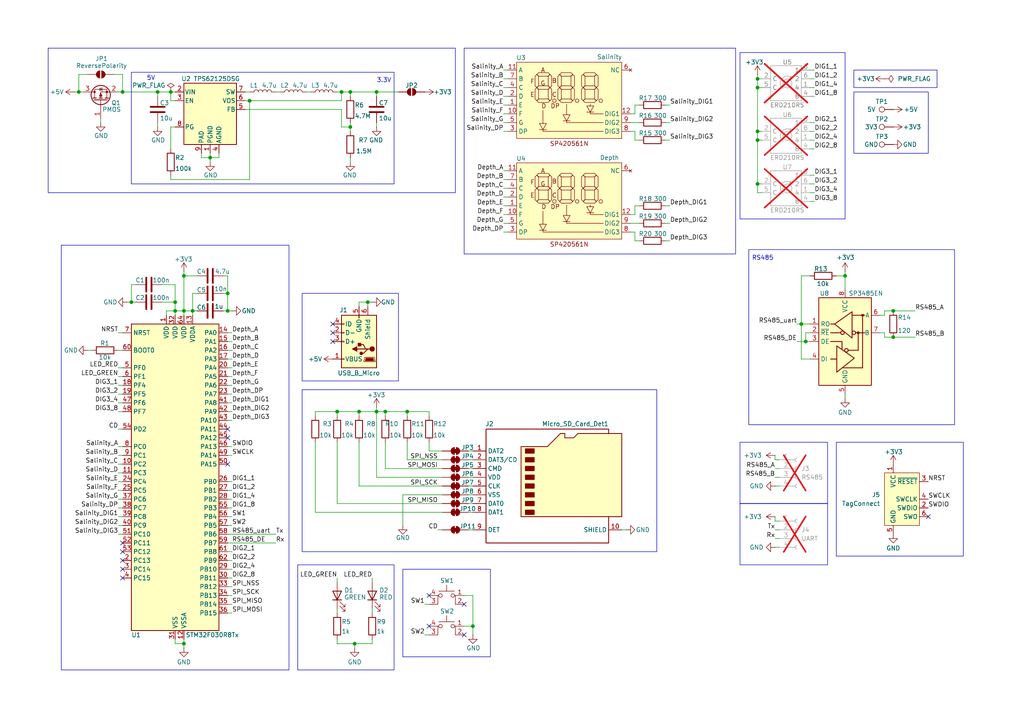
<source format=kicad_sch>
(kicad_sch (version 20231120) (generator "eeschema") (generator_version "8.0")
  (paper "A4")
  (title_block (title "Salinity Probe Controller") (date "2024-08-18") (rev "v0") (company "University of Cape Town") (comment 1 "Author: Cameron Clark"))
  (junction (at 259.08 97.79))
  (junction (at 38.1 87.63))
  (junction (at 104.14 119.38))
  (junction (at 219.71 38.1))
  (junction (at 109.22 26.67))
  (junction (at 22.86 26.67))
  (junction (at 53.34 80.01))
  (junction (at 101.6 36.83))
  (junction (at 101.6 26.67))
  (junction (at 219.71 22.86))
  (junction (at 137.16 181.61))
  (junction (at 232.41 93.98))
  (junction (at 259.08 90.17))
  (junction (at 219.71 25.4))
  (junction (at 102.87 186.69))
  (junction (at 45.72 26.67))
  (junction (at 72.39 29.21))
  (junction (at 55.88 90.17))
  (junction (at 35.56 26.67))
  (junction (at 66.04 90.17))
  (junction (at 109.22 119.38))
  (junction (at 97.79 119.38))
  (junction (at 66.04 85.09))
  (junction (at 106.68 87.63))
  (junction (at 118.11 119.38))
  (junction (at 49.53 26.67))
  (junction (at 219.71 40.64))
  (junction (at 50.8 90.17))
  (junction (at 99.06 26.67))
  (junction (at 233.68 99.06))
  (junction (at 50.8 87.63))
  (junction (at 53.34 186.69))
  (junction (at 60.96 45.72))
  (junction (at 219.71 53.34))
  (junction (at 245.11 80.01))
  (junction (at 53.34 90.17))
  (junction (at 111.76 119.38))
  (no_connect (at 35.56 167.64))
  (no_connect (at 66.04 134.62))
  (no_connect (at 66.04 124.46))
  (no_connect (at 96.52 96.52))
  (no_connect (at 35.56 160.02))
  (no_connect (at 35.56 162.56))
  (no_connect (at 269.24 149.86))
  (no_connect (at 66.04 127))
  (no_connect (at 134.62 175.26))
  (no_connect (at 124.46 172.72))
  (no_connect (at 96.52 99.06))
  (no_connect (at 124.46 181.61))
  (no_connect (at 35.56 157.48))
  (no_connect (at 96.52 93.98))
  (no_connect (at 35.56 165.1))
  (no_connect (at 134.62 184.15))
  (wire (pts (xy 234.95 99.06) (xy 233.68 99.06)))
  (wire (pts (xy 67.31 96.52) (xy 66.04 96.52)))
  (wire (pts (xy 64.77 80.01) (xy 66.04 80.01)))
  (wire (pts (xy 22.86 21.59) (xy 22.86 26.67)))
  (wire (pts (xy 219.71 25.4) (xy 219.71 38.1)))
  (wire (pts (xy 102.87 186.69) (xy 102.87 187.96)))
  (wire (pts (xy 45.72 35.56) (xy 45.72 36.83)))
  (wire (pts (xy 58.42 45.72) (xy 60.96 45.72)))
  (wire (pts (xy 35.56 26.67) (xy 35.56 21.59)))
  (wire (pts (xy 67.31 114.3) (xy 66.04 114.3)))
  (wire (pts (xy 146.05 33.02) (xy 147.32 33.02)))
  (wire (pts (xy 35.56 152.4) (xy 34.29 152.4)))
  (wire (pts (xy 116.84 143.51) (xy 116.84 152.4)))
  (wire (pts (xy 106.68 87.63) (xy 104.14 87.63)))
  (wire (pts (xy 224.79 153.67) (xy 226.06 153.67)))
  (wire (pts (xy 193.04 59.69) (xy 194.31 59.69)))
  (wire (pts (xy 224.79 151.13) (xy 226.06 151.13)))
  (wire (pts (xy 118.11 128.27) (xy 118.11 133.35)))
  (wire (pts (xy 219.71 40.64) (xy 219.71 53.34)))
  (wire (pts (xy 66.04 162.56) (xy 67.31 162.56)))
  (wire (pts (xy 234.95 20.32) (xy 236.22 20.32)))
  (wire (pts (xy 91.44 128.27) (xy 91.44 148.59)))
  (wire (pts (xy 184.15 59.69) (xy 185.42 59.69)))
  (wire (pts (xy 99.06 26.67) (xy 97.79 26.67)))
  (wire (pts (xy 234.95 43.18) (xy 236.22 43.18)))
  (wire (pts (xy 35.56 21.59) (xy 33.02 21.59)))
  (wire (pts (xy 97.79 119.38) (xy 104.14 119.38)))
  (wire (pts (xy 193.04 35.56) (xy 194.31 35.56)))
  (wire (pts (xy 193.04 40.64) (xy 194.31 40.64)))
  (wire (pts (xy 99.06 29.21) (xy 99.06 26.67)))
  (wire (pts (xy 234.95 53.34) (xy 236.22 53.34)))
  (wire (pts (xy 135.89 138.43) (xy 137.16 138.43)))
  (wire (pts (xy 49.53 36.83) (xy 50.8 36.83)))
  (wire (pts (xy 146.05 62.23) (xy 147.32 62.23)))
  (wire (pts (xy 66.04 175.26) (xy 67.31 175.26)))
  (wire (pts (xy 34.29 142.24) (xy 35.56 142.24)))
  (wire (pts (xy 109.22 119.38) (xy 109.22 138.43)))
  (wire (pts (xy 109.22 26.67) (xy 115.57 26.67)))
  (wire (pts (xy 146.05 27.94) (xy 147.32 27.94)))
  (wire (pts (xy 234.95 25.4) (xy 236.22 25.4)))
  (wire (pts (xy 255.27 91.44) (xy 256.54 91.44)))
  (wire (pts (xy 256.54 96.52) (xy 256.54 97.79)))
  (wire (pts (xy 66.04 144.78) (xy 67.31 144.78)))
  (wire (pts (xy 101.6 26.67) (xy 101.6 27.94)))
  (wire (pts (xy 49.53 36.83) (xy 49.53 43.18)))
  (wire (pts (xy 24.13 26.67) (xy 22.86 26.67)))
  (wire (pts (xy 50.8 87.63) (xy 50.8 90.17)))
  (wire (pts (xy 242.57 80.01) (xy 245.11 80.01)))
  (wire (pts (xy 34.29 124.46) (xy 35.56 124.46)))
  (wire (pts (xy 49.53 50.8) (xy 49.53 52.07)))
  (wire (pts (xy 234.95 35.56) (xy 236.22 35.56)))
  (wire (pts (xy 50.8 82.55) (xy 50.8 87.63)))
  (wire (pts (xy 46.99 82.55) (xy 50.8 82.55)))
  (wire (pts (xy 21.59 26.67) (xy 22.86 26.67)))
  (wire (pts (xy 219.71 40.64) (xy 220.98 40.64)))
  (wire (pts (xy 34.29 132.08) (xy 35.56 132.08)))
  (wire (pts (xy 34.29 109.22) (xy 35.56 109.22)))
  (wire (pts (xy 34.29 144.78) (xy 35.56 144.78)))
  (wire (pts (xy 67.31 106.68) (xy 66.04 106.68)))
  (wire (pts (xy 67.31 101.6) (xy 66.04 101.6)))
  (wire (pts (xy 219.71 55.88) (xy 220.98 55.88)))
  (wire (pts (xy 71.12 26.67) (xy 72.39 26.67)))
  (wire (pts (xy 234.95 93.98) (xy 232.41 93.98)))
  (wire (pts (xy 135.89 133.35) (xy 137.16 133.35)))
  (wire (pts (xy 182.88 35.56) (xy 185.42 35.56)))
  (wire (pts (xy 135.89 140.97) (xy 137.16 140.97)))
  (wire (pts (xy 101.6 46.99) (xy 101.6 45.72)))
  (wire (pts (xy 35.56 116.84) (xy 34.29 116.84)))
  (wire (pts (xy 53.34 185.42) (xy 53.34 186.69)))
  (wire (pts (xy 63.5 45.72) (xy 60.96 45.72)))
  (wire (pts (xy 97.79 185.42) (xy 97.79 186.69)))
  (wire (pts (xy 123.19 175.26) (xy 124.46 175.26)))
  (wire (pts (xy 137.16 172.72) (xy 134.62 172.72)))
  (wire (pts (xy 107.95 167.64) (xy 107.95 168.91)))
  (wire (pts (xy 193.04 69.85) (xy 194.31 69.85)))
  (wire (pts (xy 224.79 156.21) (xy 226.06 156.21)))
  (wire (pts (xy 146.05 35.56) (xy 147.32 35.56)))
  (wire (pts (xy 66.04 167.64) (xy 67.31 167.64)))
  (wire (pts (xy 53.34 90.17) (xy 55.88 90.17)))
  (wire (pts (xy 66.04 172.72) (xy 67.31 172.72)))
  (wire (pts (xy 109.22 138.43) (xy 128.27 138.43)))
  (wire (pts (xy 232.41 93.98) (xy 232.41 104.14)))
  (wire (pts (xy 135.89 153.67) (xy 137.16 153.67)))
  (wire (pts (xy 66.04 142.24) (xy 67.31 142.24)))
  (wire (pts (xy 72.39 29.21) (xy 99.06 29.21)))
  (wire (pts (xy 66.04 152.4) (xy 67.31 152.4)))
  (wire (pts (xy 50.8 90.17) (xy 53.34 90.17)))
  (wire (pts (xy 106.68 87.63) (xy 106.68 88.9)))
  (wire (pts (xy 67.31 111.76) (xy 66.04 111.76)))
  (wire (pts (xy 99.06 36.83) (xy 101.6 36.83)))
  (wire (pts (xy 184.15 67.31) (xy 184.15 69.85)))
  (wire (pts (xy 66.04 90.17) (xy 67.31 90.17)))
  (wire (pts (xy 101.6 36.83) (xy 101.6 38.1)))
  (wire (pts (xy 182.88 33.02) (xy 184.15 33.02)))
  (wire (pts (xy 234.95 58.42) (xy 236.22 58.42)))
  (wire (pts (xy 91.44 148.59) (xy 128.27 148.59)))
  (wire (pts (xy 256.54 97.79) (xy 259.08 97.79)))
  (wire (pts (xy 180.34 153.67) (xy 181.61 153.67)))
  (wire (pts (xy 111.76 119.38) (xy 118.11 119.38)))
  (wire (pts (xy 60.96 44.45) (xy 60.96 45.72)))
  (wire (pts (xy 146.05 49.53) (xy 147.32 49.53)))
  (wire (pts (xy 219.71 53.34) (xy 219.71 55.88)))
  (wire (pts (xy 219.71 53.34) (xy 220.98 53.34)))
  (wire (pts (xy 146.05 25.4) (xy 147.32 25.4)))
  (wire (pts (xy 234.95 27.94) (xy 236.22 27.94)))
  (wire (pts (xy 39.37 82.55) (xy 38.1 82.55)))
  (wire (pts (xy 66.04 80.01) (xy 66.04 85.09)))
  (wire (pts (xy 66.04 160.02) (xy 67.31 160.02)))
  (wire (pts (xy 146.05 30.48) (xy 147.32 30.48)))
  (wire (pts (xy 184.15 40.64) (xy 185.42 40.64)))
  (wire (pts (xy 66.04 116.84) (xy 67.31 116.84)))
  (wire (pts (xy 66.04 177.8) (xy 67.31 177.8)))
  (wire (pts (xy 146.05 20.32) (xy 147.32 20.32)))
  (wire (pts (xy 66.04 154.94) (xy 80.01 154.94)))
  (wire (pts (xy 46.99 87.63) (xy 50.8 87.63)))
  (wire (pts (xy 53.34 90.17) (xy 53.34 91.44)))
  (wire (pts (xy 97.79 146.05) (xy 128.27 146.05)))
  (wire (pts (xy 66.04 165.1) (xy 67.31 165.1)))
  (wire (pts (xy 234.95 38.1) (xy 236.22 38.1)))
  (wire (pts (xy 55.88 85.09) (xy 57.15 85.09)))
  (wire (pts (xy 53.34 80.01) (xy 53.34 90.17)))
  (wire (pts (xy 66.04 121.92) (xy 67.31 121.92)))
  (wire (pts (xy 245.11 80.01) (xy 245.11 83.82)))
  (wire (pts (xy 124.46 119.38) (xy 124.46 120.65)))
  (wire (pts (xy 245.11 78.74) (xy 245.11 80.01)))
  (wire (pts (xy 71.12 29.21) (xy 72.39 29.21)))
  (wire (pts (xy 146.05 52.07) (xy 147.32 52.07)))
  (wire (pts (xy 111.76 135.89) (xy 111.76 128.27)))
  (wire (pts (xy 104.14 128.27) (xy 104.14 140.97)))
  (wire (pts (xy 219.71 22.86) (xy 220.98 22.86)))
  (wire (pts (xy 259.08 97.79) (xy 265.43 97.79)))
  (wire (pts (xy 35.56 26.67) (xy 45.72 26.67)))
  (wire (pts (xy 146.05 54.61) (xy 147.32 54.61)))
  (wire (pts (xy 224.79 133.35) (xy 226.06 133.35)))
  (wire (pts (xy 35.56 26.67) (xy 34.29 26.67)))
  (wire (pts (xy 137.16 184.15) (xy 137.16 181.61)))
  (wire (pts (xy 137.16 172.72) (xy 137.16 181.61)))
  (wire (pts (xy 193.04 30.48) (xy 194.31 30.48)))
  (wire (pts (xy 124.46 128.27) (xy 124.46 130.81)))
  (wire (pts (xy 97.79 186.69) (xy 102.87 186.69)))
  (wire (pts (xy 128.27 143.51) (xy 116.84 143.51)))
  (wire (pts (xy 66.04 157.48) (xy 80.01 157.48)))
  (wire (pts (xy 34.29 139.7) (xy 35.56 139.7)))
  (wire (pts (xy 256.54 90.17) (xy 259.08 90.17)))
  (wire (pts (xy 53.34 186.69) (xy 53.34 187.96)))
  (wire (pts (xy 245.11 114.3) (xy 245.11 115.57)))
  (wire (pts (xy 66.04 129.54) (xy 67.31 129.54)))
  (wire (pts (xy 72.39 52.07) (xy 72.39 29.21)))
  (wire (pts (xy 135.89 130.81) (xy 137.16 130.81)))
  (wire (pts (xy 118.11 119.38) (xy 124.46 119.38)))
  (wire (pts (xy 232.41 104.14) (xy 234.95 104.14)))
  (wire (pts (xy 64.77 85.09) (xy 66.04 85.09)))
  (wire (pts (xy 66.04 85.09) (xy 66.04 90.17)))
  (wire (pts (xy 146.05 57.15) (xy 147.32 57.15)))
  (wire (pts (xy 124.46 130.81) (xy 128.27 130.81)))
  (wire (pts (xy 137.16 181.61) (xy 134.62 181.61)))
  (wire (pts (xy 146.05 38.1) (xy 147.32 38.1)))
  (wire (pts (xy 45.72 26.67) (xy 49.53 26.67)))
  (wire (pts (xy 97.79 119.38) (xy 97.79 120.65)))
  (wire (pts (xy 219.71 38.1) (xy 219.71 40.64)))
  (wire (pts (xy 99.06 26.67) (xy 101.6 26.67)))
  (wire (pts (xy 146.05 59.69) (xy 147.32 59.69)))
  (wire (pts (xy 182.88 67.31) (xy 184.15 67.31)))
  (wire (pts (xy 67.31 99.06) (xy 66.04 99.06)))
  (wire (pts (xy 66.04 149.86) (xy 67.31 149.86)))
  (wire (pts (xy 34.29 101.6) (xy 35.56 101.6)))
  (wire (pts (xy 48.26 91.44) (xy 48.26 90.17)))
  (wire (pts (xy 104.14 119.38) (xy 109.22 119.38)))
  (wire (pts (xy 184.15 33.02) (xy 184.15 30.48)))
  (wire (pts (xy 219.71 25.4) (xy 220.98 25.4)))
  (wire (pts (xy 50.8 90.17) (xy 50.8 91.44)))
  (wire (pts (xy 255.27 96.52) (xy 256.54 96.52)))
  (wire (pts (xy 259.08 90.17) (xy 265.43 90.17)))
  (wire (pts (xy 104.14 140.97) (xy 128.27 140.97)))
  (wire (pts (xy 66.04 139.7) (xy 67.31 139.7)))
  (wire (pts (xy 182.88 62.23) (xy 184.15 62.23)))
  (wire (pts (xy 224.79 132.08) (xy 224.79 133.35)))
  (wire (pts (xy 118.11 119.38) (xy 118.11 120.65)))
  (wire (pts (xy 128.27 135.89) (xy 111.76 135.89)))
  (wire (pts (xy 224.79 138.43) (xy 226.06 138.43)))
  (wire (pts (xy 233.68 96.52) (xy 234.95 96.52)))
  (wire (pts (xy 63.5 44.45) (xy 63.5 45.72)))
  (wire (pts (xy 231.14 93.98) (xy 232.41 93.98)))
  (wire (pts (xy 97.79 167.64) (xy 97.79 168.91)))
  (wire (pts (xy 104.14 119.38) (xy 104.14 120.65)))
  (wire (pts (xy 224.79 158.75) (xy 226.06 158.75)))
  (wire (pts (xy 219.71 22.86) (xy 219.71 25.4)))
  (wire (pts (xy 234.95 40.64) (xy 236.22 40.64)))
  (wire (pts (xy 91.44 120.65) (xy 91.44 119.38)))
  (wire (pts (xy 35.56 119.38) (xy 34.29 119.38)))
  (wire (pts (xy 55.88 90.17) (xy 57.15 90.17)))
  (wire (pts (xy 233.68 99.06) (xy 233.68 96.52)))
  (wire (pts (xy 66.04 147.32) (xy 67.31 147.32)))
  (wire (pts (xy 232.41 80.01) (xy 232.41 93.98)))
  (wire (pts (xy 224.79 135.89) (xy 226.06 135.89)))
  (wire (pts (xy 111.76 119.38) (xy 111.76 120.65)))
  (wire (pts (xy 25.4 21.59) (xy 22.86 21.59)))
  (wire (pts (xy 66.04 119.38) (xy 67.31 119.38)))
  (wire (pts (xy 35.56 149.86) (xy 34.29 149.86)))
  (wire (pts (xy 34.29 129.54) (xy 35.56 129.54)))
  (wire (pts (xy 35.56 111.76) (xy 34.29 111.76)))
  (wire (pts (xy 49.53 52.07) (xy 72.39 52.07)))
  (wire (pts (xy 107.95 176.53) (xy 107.95 177.8)))
  (wire (pts (xy 135.89 143.51) (xy 137.16 143.51)))
  (wire (pts (xy 67.31 109.22) (xy 66.04 109.22)))
  (wire (pts (xy 45.72 26.67) (xy 45.72 27.94)))
  (wire (pts (xy 49.53 26.67) (xy 50.8 26.67)))
  (wire (pts (xy 58.42 44.45) (xy 58.42 45.72)))
  (wire (pts (xy 135.89 135.89) (xy 137.16 135.89)))
  (wire (pts (xy 34.29 106.68) (xy 35.56 106.68)))
  (wire (pts (xy 146.05 67.31) (xy 147.32 67.31)))
  (wire (pts (xy 219.71 38.1) (xy 220.98 38.1)))
  (wire (pts (xy 224.79 149.86) (xy 224.79 151.13)))
  (wire (pts (xy 71.12 31.75) (xy 99.06 31.75)))
  (wire (pts (xy 53.34 80.01) (xy 57.15 80.01)))
  (wire (pts (xy 118.11 133.35) (xy 128.27 133.35)))
  (wire (pts (xy 91.44 119.38) (xy 97.79 119.38)))
  (wire (pts (xy 107.95 87.63) (xy 106.68 87.63)))
  (wire (pts (xy 101.6 26.67) (xy 109.22 26.67)))
  (wire (pts (xy 107.95 186.69) (xy 107.95 185.42)))
  (wire (pts (xy 146.05 64.77) (xy 147.32 64.77)))
  (wire (pts (xy 184.15 69.85) (xy 185.42 69.85)))
  (wire (pts (xy 231.14 99.06) (xy 233.68 99.06)))
  (wire (pts (xy 193.04 64.77) (xy 194.31 64.77)))
  (wire (pts (xy 234.95 22.86) (xy 236.22 22.86)))
  (wire (pts (xy 97.79 128.27) (xy 97.79 146.05)))
  (wire (pts (xy 184.15 30.48) (xy 185.42 30.48)))
  (wire (pts (xy 34.29 134.62) (xy 35.56 134.62)))
  (wire (pts (xy 50.8 186.69) (xy 53.34 186.69)))
  (wire (pts (xy 109.22 119.38) (xy 111.76 119.38)))
  (wire (pts (xy 80.01 26.67) (xy 81.28 26.67)))
  (wire (pts (xy 35.56 154.94) (xy 34.29 154.94)))
  (wire (pts (xy 234.95 55.88) (xy 236.22 55.88)))
  (wire (pts (xy 67.31 104.14) (xy 66.04 104.14)))
  (wire (pts (xy 135.89 148.59) (xy 137.16 148.59)))
  (wire (pts (xy 49.53 29.21) (xy 49.53 26.67)))
  (wire (pts (xy 224.79 140.97) (xy 226.06 140.97)))
  (wire (pts (xy 38.1 82.55) (xy 38.1 87.63)))
  (wire (pts (xy 34.29 147.32) (xy 35.56 147.32)))
  (wire (pts (xy 104.14 87.63) (xy 104.14 88.9)))
  (wire (pts (xy 182.88 64.77) (xy 185.42 64.77)))
  (wire (pts (xy 50.8 29.21) (xy 49.53 29.21)))
  (wire (pts (xy 55.88 90.17) (xy 55.88 85.09)))
  (wire (pts (xy 88.9 26.67) (xy 90.17 26.67)))
  (wire (pts (xy 35.56 114.3) (xy 34.29 114.3)))
  (wire (pts (xy 219.71 21.59) (xy 219.71 22.86)))
  (wire (pts (xy 109.22 118.11) (xy 109.22 119.38)))
  (wire (pts (xy 55.88 90.17) (xy 55.88 91.44)))
  (wire (pts (xy 60.96 45.72) (xy 60.96 46.99)))
  (wire (pts (xy 123.19 184.15) (xy 124.46 184.15)))
  (wire (pts (xy 182.88 38.1) (xy 184.15 38.1)))
  (wire (pts (xy 109.22 26.67) (xy 109.22 27.94)))
  (wire (pts (xy 66.04 170.18) (xy 67.31 170.18)))
  (wire (pts (xy 25.4 101.6) (xy 26.67 101.6)))
  (wire (pts (xy 109.22 35.56) (xy 109.22 36.83)))
  (wire (pts (xy 34.29 96.52) (xy 35.56 96.52)))
  (wire (pts (xy 101.6 35.56) (xy 101.6 36.83)))
  (wire (pts (xy 36.83 87.63) (xy 38.1 87.63)))
  (wire (pts (xy 234.95 80.01) (xy 232.41 80.01)))
  (wire (pts (xy 97.79 176.53) (xy 97.79 177.8)))
  (wire (pts (xy 53.34 78.74) (xy 53.34 80.01)))
  (wire (pts (xy 64.77 90.17) (xy 66.04 90.17)))
  (wire (pts (xy 50.8 185.42) (xy 50.8 186.69)))
  (wire (pts (xy 38.1 87.63) (xy 39.37 87.63)))
  (wire (pts (xy 102.87 186.69) (xy 107.95 186.69)))
  (wire (pts (xy 184.15 38.1) (xy 184.15 40.64)))
  (wire (pts (xy 184.15 62.23) (xy 184.15 59.69)))
  (wire (pts (xy 146.05 22.86) (xy 147.32 22.86)))
  (wire (pts (xy 66.04 132.08) (xy 67.31 132.08)))
  (wire (pts (xy 234.95 50.8) (xy 236.22 50.8)))
  (wire (pts (xy 256.54 91.44) (xy 256.54 90.17)))
  (wire (pts (xy 135.89 146.05) (xy 137.16 146.05)))
  (wire (pts (xy 127 153.67) (xy 128.27 153.67)))
  (wire (pts (xy 99.06 31.75) (xy 99.06 36.83)))
  (wire (pts (xy 48.26 90.17) (xy 50.8 90.17)))
  (wire (pts (xy 34.29 137.16) (xy 35.56 137.16)))
  (wire (pts (xy 29.21 34.29) (xy 29.21 35.56)))
  (rectangle (start 214.63 15.24) (end 245.11 63.5))
  (rectangle (start 217.17 72.39) (end 276.86 123.19))
  (rectangle (start 214.63 128.27) (end 240.03 146.05))
  (rectangle (start 247.65 26.67) (end 269.24 44.45))
  (rectangle (start 38.1 20.955) (end 114.3 53.34))
  (rectangle (start 87.63 85.09) (end 115.57 110.49))
  (rectangle (start 116.84 165.1) (end 142.24 190.5))
  (rectangle (start 242.57 128.27) (end 279.4 161.29))
  (rectangle (start 214.63 146.05) (end 240.03 163.83))
  (rectangle (start 86.36 163.83) (end 114.3 194.31))
  (rectangle (start 13.97 13.97) (end 132.08 55.88))
  (rectangle (start 247.65 20.32) (end 271.78 25.4))
  (rectangle (start 17.78 71.12) (end 83.82 194.31))
  (rectangle (start 134.62 13.97) (end 213.36 73.66))
  (rectangle (start 87.63 113.03) (end 190.5 160.02))
  (text "RS485" (at 221.234 74.93 0) (effects (font (size 1.27 1.27))))
  (text "3.3V\n" (at 109.22 24.13 0) (effects (font (size 1.27 1.27)) (justify left bottom)))
  (text "5V" (at 42.545 23.495 0) (effects (font (size 1.27 1.27)) (justify left bottom)))
  (label "DIG3_4" (at 236.22 55.88 0))
  (label "Depth_C" (at 146.05 54.61 180))
  (label "RS485_DE" (at 231.14 99.06 180))
  (label "Depth_A" (at 146.05 49.53 180))
  (label "Salinity_B" (at 34.29 132.08 180))
  (label "SPI_SCK" (at 127 140.97 180))
  (label "SW2" (at 67.31 152.4 0))
  (label "Depth_DIG3" (at 67.31 121.92 0))
  (label "Rx" (at 224.79 156.21 180))
  (label "SW1" (at 67.31 149.86 0))
  (label "DIG2_8" (at 67.31 167.64 0))
  (label "Rx" (at 80.01 157.48 0))
  (label "CD" (at 127 153.67 180))
  (label "Depth_DIG1" (at 194.31 59.69 0))
  (label "DIG2_1" (at 67.31 160.02 0))
  (label "DIG1_4" (at 236.22 25.4 0))
  (label "Depth_A" (at 67.31 96.52 0))
  (label "LED_RED" (at 107.95 167.64 180))
  (label "RS485_uart" (at 231.14 93.98 180))
  (label "SPI_NSS" (at 127 133.35 180))
  (label "Depth_D" (at 146.05 57.15 180))
  (label "DIG3_1" (at 236.22 50.8 0))
  (label "Salinity_F" (at 34.29 142.24 180))
  (label "SPI_SCK" (at 67.31 172.72 0))
  (label "RS485_A" (at 224.79 135.89 180))
  (label "Depth_E" (at 67.31 106.68 0))
  (label "Depth_D" (at 67.31 104.14 0))
  (label "DIG3_8" (at 236.22 58.42 0))
  (label "Salinity_C" (at 34.29 134.62 180))
  (label "SW2" (at 123.19 184.15 180))
  (label "RS485_uart" (at 67.31 154.94 0))
  (label "Tx" (at 224.79 153.67 180))
  (label "Depth_C" (at 67.31 101.6 0))
  (label "SWDIO" (at 269.24 147.32 0))
  (label "DIG1_8" (at 67.31 147.32 0))
  (label "CD" (at 34.29 124.46 180))
  (label "Salinity_DP" (at 34.29 147.32 180))
  (label "Salinity_E" (at 34.29 139.7 180))
  (label "Salinity_DIG1" (at 34.29 149.86 180))
  (label "Salinity_DIG3" (at 194.31 40.64 0))
  (label "RS485_B" (at 224.79 138.43 180))
  (label "RS485_B" (at 265.43 97.79 0))
  (label "NRST" (at 34.29 96.52 180))
  (label "Depth_E" (at 146.05 59.69 180))
  (label "DIG2_2" (at 236.22 38.1 0))
  (label "SWCLK" (at 269.24 144.78 0))
  (label "Depth_F" (at 146.05 62.23 180))
  (label "SWCLK" (at 67.31 132.08 0))
  (label "Depth_DIG2" (at 194.31 64.77 0))
  (label "Depth_DIG3" (at 194.31 69.85 0))
  (label "SPI_NSS" (at 67.31 170.18 0))
  (label "Depth_G" (at 146.05 64.77 180))
  (label "SPI_MOSI" (at 67.31 177.8 0))
  (label "Salinity_A" (at 34.29 129.54 180))
  (label "DIG2_1" (at 236.22 35.56 0))
  (label "Depth_G" (at 67.31 111.76 0))
  (label "DIG3_4" (at 34.29 116.84 180))
  (label "Salinity_E" (at 146.05 30.48 180))
  (label "SPI_MOSI" (at 127 135.89 180))
  (label "Salinity_C" (at 146.05 25.4 180))
  (label "Salinity_G" (at 34.29 144.78 180))
  (label "DIG2_4" (at 236.22 40.64 0))
  (label "Depth_DIG1" (at 67.31 116.84 0))
  (label "Salinity_G" (at 146.05 35.56 180))
  (label "Salinity_DIG2" (at 34.29 152.4 180))
  (label "Depth_B" (at 67.31 99.06 0))
  (label "Salinity_DP" (at 146.05 38.1 180))
  (label "Depth_DP" (at 146.05 67.31 180))
  (label "Salinity_DIG2" (at 194.31 35.56 0))
  (label "RS485_A" (at 265.43 90.17 0))
  (label "LED_RED" (at 34.29 106.68 180))
  (label "DIG3_2" (at 34.29 114.3 180))
  (label "DIG3_2" (at 236.22 53.34 0))
  (label "Salinity_D" (at 34.29 137.16 180))
  (label "SPI_MISO" (at 127 146.05 180))
  (label "DIG1_1" (at 236.22 20.32 0))
  (label "DIG2_2" (at 67.31 162.56 0))
  (label "DIG1_4" (at 67.31 144.78 0))
  (label "DIG1_2" (at 67.31 142.24 0))
  (label "Tx" (at 80.01 154.94 0))
  (label "Salinity_A" (at 146.05 20.32 180))
  (label "NRST" (at 269.24 139.7 0))
  (label "Salinity_DIG3" (at 34.29 154.94 180))
  (label "LED_GREEN" (at 97.79 167.64 180))
  (label "DIG1_8" (at 236.22 27.94 0))
  (label "Depth_DP" (at 67.31 114.3 0))
  (label "SPI_MISO" (at 67.31 175.26 0))
  (label "LED_GREEN" (at 34.29 109.22 180))
  (label "Salinity_D" (at 146.05 27.94 180))
  (label "DIG3_8" (at 34.29 119.38 180))
  (label "RS485_DE" (at 67.31 157.48 0))
  (label "DIG1_2" (at 236.22 22.86 0))
  (label "Depth_DIG2" (at 67.31 119.38 0))
  (label "DIG2_8" (at 236.22 43.18 0))
  (label "DIG3_1" (at 34.29 111.76 180))
  (label "Salinity_DIG1" (at 194.31 30.48 0))
  (label "Salinity_F" (at 146.05 33.02 180))
  (label "SWDIO" (at 67.31 129.54 0))
  (label "SW1" (at 123.19 175.26 180))
  (label "Depth_B" (at 146.05 52.07 180))
  (label "DIG2_4" (at 67.31 165.1 0))
  (label "Salinity_B" (at 146.05 22.86 180))
  (label "DIG1_1" (at 67.31 139.7 0))
  (label "Depth_F" (at 67.31 109.22 0))
  (symbol (lib_id "Device:R") (at 97.79 124.46 180) (unit 1)
    (property "Reference" "R4" (at 102.616 122.936 0) (effects (justify left)))
    (property "Value" "10k" (at 102.616 126.238 0) (effects (justify left)))
    (property "Footprint" "Resistor_SMD:R_0603_1608Metric" (effects (hide yes)))
    (property "Description" "Resistor" (effects (hide yes)))
    (property "Cost" "0,0008" (effects (hide yes)))
    (property "Extended" "False" (effects (hide yes)))
    (property "JLC Part no." "C25804" (effects (hide yes)))
  )
  (symbol (lib_id "Device:R") (at 189.23 35.56 90) (unit 1)
    (property "Reference" "R16" (at 187.198 33.528 90))
    (property "Value" "300" (at 191.516 33.528 90))
    (property "Footprint" "Resistor_SMD:R_1206_3216Metric" (effects (hide yes)))
    (property "Description" "Resistor" (effects (hide yes)))
    (property "Cost" "0,0028" (effects (hide yes)))
    (property "Extended" "False" (effects (hide yes)))
    (property "JLC Part no." "C17887" (effects (hide yes)))
  )
  (symbol (lib_id "power:+3V3") (at 259.08 36.83 270) (unit 1)
    (property "Reference" "#PWR029" (effects (hide yes)))
    (property "Value" "+3V3" (at 261.874 36.83 90) (effects (justify left)))
    (property "Description" "Power symbol creates a global label with name \"+3V3\"" (effects (hide yes)))
  )
  (symbol (lib_name "SP420561N_1") (lib_id "4022S:SP420561N") (at 165.1 29.21 0) (unit 1)
    (property "Reference" "U3" (at 151.13 16.764 0))
    (property "Value" "Salinity" (at 176.784 16.51 0))
    (property "Footprint" "4022S:SP20561" (effects (hide yes)))
    (property "Cost" "0,4110" (effects (hide yes)))
    (property "Extended" "True" (effects (hide yes)))
    (property "JLC Part no." "C98928" (effects (hide yes)))
  )
  (symbol (lib_id "Device:C") (at 60.96 80.01 90) (unit 1)
    (property "Reference" "C4" (at 58.42 78.74 90))
    (property "Value" "4.7u" (at 64.516 78.74 90))
    (property "Footprint" "Capacitor_SMD:C_0603_1608Metric" (effects (hide yes)))
    (property "Description" "Unpolarized capacitor" (effects (hide yes)))
    (property "Cost" "0,0055" (effects (hide yes)))
    (property "Extended" "False" (effects (hide yes)))
    (property "JLC Part no." "C69182" (effects (hide yes)))
  )
  (symbol (lib_id "Jumper:SolderJumper_2_Open") (at 119.38 26.67 0) (unit 1)
    (property "Reference" "JP2" (at 119.38 24.765 0))
    (property "Value" "SolderJumper_2_Open" (effects (hide yes)))
    (property "Footprint" "Jumper:SolderJumper-2_P1.3mm_Open_TrianglePad1.0x1.5mm" (effects (hide yes)))
    (property "Description" "Solder Jumper, 2-pole, open" (effects (hide yes)))
  )
  (symbol (lib_id "Device:C") (at 60.96 85.09 270) (unit 1)
    (property "Reference" "C5" (at 58.42 84.074 90))
    (property "Value" "10n" (at 64.008 83.82 90))
    (property "Footprint" "Capacitor_SMD:C_0603_1608Metric" (effects (hide yes)))
    (property "Description" "Unpolarized capacitor" (effects (hide yes)))
    (property "Cost" "0,0023" (effects (hide yes)))
    (property "Extended" "False" (effects (hide yes)))
    (property "JLC Part no." "C57112" (effects (hide yes)))
  )
  (symbol (lib_id "Device:C") (at 60.96 90.17 270) (unit 1)
    (property "Reference" "C6" (at 58.42 89.154 90))
    (property "Value" "1u" (at 63.5 88.9 90))
    (property "Footprint" "Capacitor_SMD:C_0603_1608Metric" (effects (hide yes)))
    (property "Description" "Unpolarized capacitor" (effects (hide yes)))
    (property "Cost" "0,0043" (effects (hide yes)))
    (property "Extended" "False" (effects (hide yes)))
    (property "JLC Part no." "C15849" (effects (hide yes)))
  )
  (symbol (lib_id "Device:C") (at 109.22 31.75 0) (mirror x) (unit 1)
    (property "Reference" "C7" (at 109.855 29.845 0) (effects (justify left)))
    (property "Value" "10u" (at 109.855 34.29 0) (effects (justify left)))
    (property "Footprint" "Capacitor_SMD:C_0603_1608Metric" (effects (hide yes)))
    (property "Description" "Unpolarized capacitor" (effects (hide yes)))
    (property "JLC Part no." "C19702" (effects (hide yes)))
    (property "Cost" "0,0048" (effects (hide yes)))
    (property "Extended" "False" (effects (hide yes)))
  )
  (symbol (lib_name "SP420561N_1") (lib_id "4022S:SP420561N") (at 165.1 58.42 0) (unit 1)
    (property "Reference" "U4" (at 151.13 45.974 0))
    (property "Value" "Depth" (at 176.784 45.72 0))
    (property "Footprint" "4022S:SP20561" (effects (hide yes)))
    (property "Cost" "0,4110" (effects (hide yes)))
    (property "Extended" "True" (effects (hide yes)))
    (property "JLC Part no." "C98928" (effects (hide yes)))
  )
  (symbol (lib_id "Jumper:SolderJumper_2_Open") (at 29.21 21.59 0) (mirror y) (unit 1) (exclude_from_sim yes) (in_bom no)
    (property "Reference" "JP1" (at 29.464 17.018 0))
    (property "Value" "ReversePolarity" (at 29.464 19.05 0))
    (property "Footprint" "Jumper:SolderJumper-2_P1.3mm_Open_TrianglePad1.0x1.5mm" (effects (hide yes)))
    (property "Description" "Solder Jumper, 2-pole, open" (effects (hide yes)))
  )
  (symbol (lib_id "4022S:ERD2xxxS") (at 228.6 24.13 0) (unit 1) (dnp yes)
    (property "Reference" "U5" (at 228.346 18.034 0))
    (property "Value" "ERD210RS" (at 228.346 30.48 0))
    (property "Footprint" "4022S:ERD2xxxS" (effects (hide yes)))
  )
  (symbol (lib_id "Jumper:SolderJumper_2_Bridged") (at 132.08 130.81 0) (unit 1) (exclude_from_sim yes) (in_bom no)
    (property "Reference" "JP3" (at 135.636 129.794 0))
    (property "Value" "SolderJumper_2_Bridged" (effects (hide yes)))
    (property "Footprint" "Jumper:SolderJumper-2_P1.3mm_Bridged_Pad1.0x1.5mm" (effects (hide yes)))
    (property "Description" "Solder Jumper, 2-pole, closed/bridged" (effects (hide yes)))
  )
  (symbol (lib_id "Regulator_Switching:TPS62125DSG") (at 60.96 34.29 0) (unit 1)
    (property "Reference" "U2" (at 53.975 22.86 0))
    (property "Value" "TPS62125DSG" (at 62.865 22.86 0))
    (property "Footprint" "Package_SON:WSON-8-1EP_2x2mm_P0.5mm_EP0.9x1.6mm" (effects (hide yes)))
    (property "Datasheet" "http://www.ti.com/lit/ds/symlink/tps62125.pdf" (effects (hide yes)))
    (property "Description" "300mA Step-Down Converter with Enable Threshold and Hysteresis, adjustable output, 3-17V input voltage, WSON-8" (effects (hide yes)))
    (property "Cost" "0,5901" (effects (hide yes)))
    (property "Extended" "True" (effects (hide yes)))
    (property "JLC Part no." "C324076" (effects (hide yes)))
  )
  (symbol (lib_id "Device:R") (at 189.23 64.77 90) (unit 1)
    (property "Reference" "R19" (at 187.198 62.738 90))
    (property "Value" "300" (at 191.516 62.738 90))
    (property "Footprint" "Resistor_SMD:R_1206_3216Metric" (effects (hide yes)))
    (property "Description" "Resistor" (effects (hide yes)))
    (property "Cost" "0,0028" (effects (hide yes)))
    (property "Extended" "False" (effects (hide yes)))
    (property "JLC Part no." "C17887" (effects (hide yes)))
  )
  (symbol (lib_id "Device:LED") (at 107.95 172.72 90) (unit 1)
    (property "Reference" "D2" (at 109.982 171.196 90) (effects (justify right)))
    (property "Value" "RED" (at 109.982 173.228 90) (effects (justify right)))
    (property "Footprint" "LED_SMD:LED_0603_1608Metric" (effects (hide yes)))
    (property "Description" "Light emitting diode" (effects (hide yes)))
    (property "Cost" "0,0053" (effects (hide yes)))
    (property "Extended" "False" (effects (hide yes)))
    (property "JLC Part no." "C2286" (effects (hide yes)))
  )
  (symbol (lib_id "4022S:ERD2xxxS") (at 228.6 54.61 0) (unit 1) (dnp yes)
    (property "Reference" "U7" (at 228.346 48.514 0))
    (property "Value" "ERD210RS" (at 228.346 60.96 0))
    (property "Footprint" "4022S:ERD2xxxS" (effects (hide yes)))
  )
  (symbol (lib_id "power:+5V") (at 259.08 31.75 270) (unit 1)
    (property "Reference" "#PWR028" (effects (hide yes)))
    (property "Value" "+5V" (at 262.128 31.75 90) (effects (justify left)))
    (property "Description" "Power symbol creates a global label with name \"+5V\"" (effects (hide yes)))
  )
  (symbol (lib_id "Device:L") (at 85.09 26.67 90) (unit 1)
    (property "Reference" "L2" (at 82.55 24.765 90))
    (property "Value" "4.7u" (at 86.995 24.765 90))
    (property "Footprint" "Inductor_SMD:L_0603_1608Metric" (effects (hide yes)))
    (property "Description" "Inductor" (effects (hide yes)))
    (property "Cost" "0,0231" (effects (hide yes)))
    (property "Extended" "True" (effects (hide yes)))
    (property "JLC Part no." "C967679" (effects (hide yes)))
  )
  (symbol (lib_id "power:GND") (at 181.61 153.67 90) (mirror x) (unit 1)
    (property "Reference" "#PWR019" (effects (hide yes)))
    (property "Value" "GND" (at 186.436 153.67 90))
    (property "Description" "Power symbol creates a global label with name \"GND\" , ground" (effects (hide yes)))
  )
  (symbol (lib_id "power:+3V3") (at 123.19 26.67 270) (unit 1)
    (property "Reference" "#PWR017" (effects (hide yes)))
    (property "Value" "+3V3" (at 125.73 26.67 90) (effects (justify left)))
    (property "Description" "Power symbol creates a global label with name \"+3V3\"" (effects (hide yes)))
  )
  (symbol (lib_id "Device:C") (at 43.18 87.63 90) (unit 1)
    (property "Reference" "C2" (at 40.64 86.36 90))
    (property "Value" "100n" (at 46.736 86.36 90))
    (property "Footprint" "Capacitor_SMD:C_0603_1608Metric" (effects (hide yes)))
    (property "Description" "Unpolarized capacitor" (effects (hide yes)))
    (property "Cost" "0,0021" (effects (hide yes)))
    (property "Extended" "False" (effects (hide yes)))
    (property "JLC Part no." "C14663" (effects (hide yes)))
  )
  (symbol (lib_id "Jumper:SolderJumper_2_Bridged") (at 132.08 135.89 0) (unit 1) (exclude_from_sim yes) (in_bom no)
    (property "Reference" "JP5" (at 135.636 134.874 0))
    (property "Value" "SolderJumper_2_Bridged" (effects (hide yes)))
    (property "Footprint" "Jumper:SolderJumper-2_P1.3mm_Bridged_Pad1.0x1.5mm" (effects (hide yes)))
    (property "Description" "Solder Jumper, 2-pole, closed/bridged" (effects (hide yes)))
  )
  (symbol (lib_id "MCU_ST_STM32F0:STM32F030R8Tx") (at 50.8 139.7 0) (unit 1)
    (property "Reference" "U1" (at 38.1 184.15 0) (effects (justify left)))
    (property "Value" "STM32F030R8Tx" (at 53.848 184.15 0) (effects (justify left)))
    (property "Footprint" "Package_QFP:LQFP-64_10x10mm_P0.5mm" (effects (hide yes)))
    (property "Datasheet" "https://www.st.com/resource/en/datasheet/stm32f030r8.pdf" (effects (hide yes)))
    (property "Description" "STMicroelectronics Arm Cortex-M0 MCU, 64KB flash, 8KB RAM, 48 MHz, 2.4-3.6V, 55 GPIO, LQFP64" (effects (hide yes)))
    (property "Cost" "0,7545" (effects (hide yes)))
    (property "Extended" "True" (effects (hide yes)))
    (property "JLC Part no." "C39105" (effects (hide yes)))
  )
  (symbol (lib_id "Device:R") (at 91.44 124.46 180) (unit 1)
    (property "Reference" "R3" (at 96.266 122.936 0) (effects (justify left)))
    (property "Value" "10k" (at 96.266 126.238 0) (effects (justify left)))
    (property "Footprint" "Resistor_SMD:R_0603_1608Metric" (effects (hide yes)))
    (property "Description" "Resistor" (effects (hide yes)))
    (property "Cost" "0,0008" (effects (hide yes)))
    (property "Extended" "False" (effects (hide yes)))
    (property "JLC Part no." "C25804" (effects (hide yes)))
  )
  (symbol (lib_id "Jumper:SolderJumper_2_Bridged") (at 132.08 153.67 0) (unit 1) (exclude_from_sim yes) (in_bom no)
    (property "Reference" "JP11" (at 135.636 152.654 0))
    (property "Value" "SolderJumper_2_Bridged" (effects (hide yes)))
    (property "Footprint" "Jumper:SolderJumper-2_P1.3mm_Bridged_Pad1.0x1.5mm" (effects (hide yes)))
    (property "Description" "Solder Jumper, 2-pole, closed/bridged" (effects (hide yes)))
  )
  (symbol (lib_id "power:+3V3") (at 259.08 134.62 0) (unit 1)
    (property "Reference" "#PWR031" (effects (hide yes)))
    (property "Value" "+3V3" (at 256.54 131.064 0) (effects (justify left)))
    (property "Description" "Power symbol creates a global label with name \"+3V3\"" (effects (hide yes)))
  )
  (symbol (lib_id "Interface_UART:SP3485EN") (at 245.11 99.06 0) (unit 1)
    (property "Reference" "U8" (at 237.744 85.09 0) (effects (justify left)))
    (property "Value" "SP3485EN" (at 246.126 85.09 0) (effects (justify left)))
    (property "Footprint" "Package_SO:SOIC-8_3.9x4.9mm_P1.27mm" (effects (hide yes)))
    (property "Datasheet" "http://www.icbase.com/pdf/SPX/SPX00480106.pdf" (effects (hide yes)))
    (property "Description" "Industrial 3.3V Low Power Half-Duplex RS-485 Transceiver 10Mbps, SOIC-8" (effects (hide yes)))
    (property "Cost" "0,3076" (effects (hide yes)))
    (property "Extended" "False" (effects (hide yes)))
    (property "JLC Part no." "C8963" (effects (hide yes)))
  )
  (symbol (lib_id "power:GND") (at 137.16 184.15 0) (mirror y) (unit 1)
    (property "Reference" "#PWR018" (effects (hide yes)))
    (property "Value" "GND" (at 135.255 187.96 0) (effects (justify right)))
  )
  (symbol (lib_id "Device:R") (at 104.14 124.46 180) (unit 1)
    (property "Reference" "R8" (at 108.966 122.936 0) (effects (justify left)))
    (property "Value" "10k" (at 108.966 126.238 0) (effects (justify left)))
    (property "Footprint" "Resistor_SMD:R_0603_1608Metric" (effects (hide yes)))
    (property "Description" "Resistor" (effects (hide yes)))
    (property "Cost" "0,0008" (effects (hide yes)))
    (property "Extended" "False" (effects (hide yes)))
    (property "JLC Part no." "C25804" (effects (hide yes)))
  )
  (symbol (lib_id "4022S:ERD2xxxS") (at 228.6 39.37 0) (unit 1) (dnp yes)
    (property "Reference" "U6" (at 228.346 33.274 0))
    (property "Value" "ERD210RS" (at 228.346 45.72 0))
    (property "Footprint" "4022S:ERD2xxxS" (effects (hide yes)))
  )
  (symbol (lib_id "Device:R") (at 101.6 31.75 0) (unit 1)
    (property "Reference" "R6" (at 102.87 30.48 0) (effects (justify left)))
    (property "Value" "4.7M" (at 102.87 33.655 0) (effects (justify left)))
    (property "Footprint" "Resistor_SMD:R_0603_1608Metric" (effects (hide yes)))
    (property "Description" "Resistor" (effects (hide yes)))
    (property "Cost" "0,0012" (effects (hide yes)))
    (property "Extended" "False" (effects (hide yes)))
    (property "JLC Part no." "C23163" (effects (hide yes)))
  )
  (symbol (lib_id "power:GND") (at 259.08 154.94 0) (unit 1)
    (property "Reference" "#PWR032" (effects (hide yes)))
    (property "Value" "GND" (at 259.08 159.004 0))
    (property "Description" "Power symbol creates a global label with name \"GND\" , ground" (effects (hide yes)))
  )
  (symbol (lib_id "Jumper:SolderJumper_2_Bridged") (at 132.08 148.59 0) (unit 1) (exclude_from_sim yes) (in_bom no)
    (property "Reference" "JP10" (at 135.636 147.574 0))
    (property "Value" "SolderJumper_2_Bridged" (effects (hide yes)))
    (property "Footprint" "Jumper:SolderJumper-2_P1.3mm_Bridged_Pad1.0x1.5mm" (effects (hide yes)))
    (property "Description" "Solder Jumper, 2-pole, closed/bridged" (effects (hide yes)))
  )
  (symbol (lib_id "Device:R") (at 111.76 124.46 180) (unit 1)
    (property "Reference" "R10" (at 115.57 122.936 0) (effects (justify left)))
    (property "Value" "10k" (at 116.586 126.238 0) (effects (justify left)))
    (property "Footprint" "Resistor_SMD:R_0603_1608Metric" (effects (hide yes)))
    (property "Description" "Resistor" (effects (hide yes)))
    (property "Cost" "0,0008" (effects (hide yes)))
    (property "Extended" "False" (effects (hide yes)))
    (property "JLC Part no." "C25804" (effects (hide yes)))
  )
  (symbol (lib_id "power:+3V3") (at 224.79 132.08 90) (unit 1)
    (property "Reference" "#PWR021" (effects (hide yes)))
    (property "Value" "+3V3" (at 220.98 132.0799 90) (effects (justify left)))
    (property "Description" "Power symbol creates a global label with name \"+3V3\"" (effects (hide yes)))
  )
  (symbol (lib_id "power:GND") (at 25.4 101.6 270) (unit 1)
    (property "Reference" "#PWR02" (effects (hide yes)))
    (property "Value" "GND" (at 20.574 101.6 90))
    (property "Description" "Power symbol creates a global label with name \"GND\" , ground" (effects (hide yes)))
  )
  (symbol (lib_id "power:GND") (at 36.83 87.63 270) (mirror x) (unit 1)
    (property "Reference" "#PWR04" (effects (hide yes)))
    (property "Value" "GND" (at 32.004 87.63 90))
    (property "Description" "Power symbol creates a global label with name \"GND\" , ground" (effects (hide yes)))
  )
  (symbol (lib_id "Device:L") (at 93.98 26.67 90) (unit 1)
    (property "Reference" "L3" (at 91.44 24.765 90))
    (property "Value" "4.7u" (at 95.885 24.765 90))
    (property "Footprint" "Inductor_SMD:L_0603_1608Metric" (effects (hide yes)))
    (property "Description" "Inductor" (effects (hide yes)))
    (property "Cost" "0,0231" (effects (hide yes)))
    (property "Extended" "True" (effects (hide yes)))
    (property "JLC Part no." "C967679" (effects (hide yes)))
  )
  (symbol (lib_id "power:GND") (at 101.6 46.99 0) (unit 1)
    (property "Reference" "#PWR011" (effects (hide yes)))
    (property "Value" "GND" (at 103.505 50.8 0) (effects (justify right)))
    (property "Description" "Power symbol creates a global label with name \"GND\" , ground" (effects (hide yes)))
  )
  (symbol (lib_id "Jumper:SolderJumper_2_Bridged") (at 132.08 143.51 0) (unit 1) (exclude_from_sim yes) (in_bom no)
    (property "Reference" "JP8" (at 135.636 142.494 0))
    (property "Value" "SolderJumper_2_Bridged" (effects (hide yes)))
    (property "Footprint" "Jumper:SolderJumper-2_P1.3mm_Bridged_Pad1.0x1.5mm" (effects (hide yes)))
    (property "Description" "Solder Jumper, 2-pole, closed/bridged" (effects (hide yes)))
  )
  (symbol (lib_id "Device:R") (at 238.76 80.01 90) (unit 1)
    (property "Reference" "R13" (at 240.03 77.978 90) (effects (justify left)))
    (property "Value" "10k" (at 240.538 82.296 90) (effects (justify left)))
    (property "Footprint" "Resistor_SMD:R_0603_1608Metric" (effects (hide yes)))
    (property "Description" "Resistor" (effects (hide yes)))
    (property "Cost" "0,0008" (effects (hide yes)))
    (property "Extended" "False" (effects (hide yes)))
    (property "JLC Part no." "C25804" (effects (hide yes)))
  )
  (symbol (lib_id "Switch:SW_MEC_5E") (at 129.54 175.26 0) (mirror y) (unit 1)
    (property "Reference" "SW1" (at 129.667 168.402 0))
    (property "Value" "NSRT Swtich" (effects (hide yes)))
    (property "Footprint" "4022S:Push_Button_SPDT" (effects (hide yes)))
    (property "Datasheet" "http://www.apem.com/int/index.php?controller=attachment&id_attachment=1371" (effects (hide yes)))
    (property "JLC Part no." "C318884" (effects (hide yes)))
    (property "Cost" "0,0143" (effects (hide yes)))
    (property "Extended" "False" (effects (hide yes)))
  )
  (symbol (lib_id "Connector:TestPoint") (at 259.08 36.83 90) (unit 1)
    (property "Reference" "TP2" (at 255.778 34.544 90))
    (property "Value" "3V3" (at 252.73 36.83 90))
    (property "Footprint" "TestPoint:TestPoint_THTPad_2.0x2.0mm_Drill1.0mm" (effects (hide yes)))
    (property "Description" "test point" (effects (hide yes)))
  )
  (symbol (lib_id "Jumper:SolderJumper_2_Bridged") (at 132.08 146.05 0) (unit 1) (exclude_from_sim yes) (in_bom no)
    (property "Reference" "JP9" (at 135.636 145.034 0))
    (property "Value" "SolderJumper_2_Bridged" (effects (hide yes)))
    (property "Footprint" "Jumper:SolderJumper-2_P1.3mm_Bridged_Pad1.0x1.5mm" (effects (hide yes)))
    (property "Description" "Solder Jumper, 2-pole, closed/bridged" (effects (hide yes)))
  )
  (symbol (lib_id "Device:R") (at 97.79 181.61 0) (unit 1)
    (property "Reference" "R5" (at 99.06 180.34 0) (effects (justify left)))
    (property "Value" "1k" (at 99.06 183.134 0) (effects (justify left)))
    (property "Footprint" "Resistor_SMD:R_0603_1608Metric" (effects (hide yes)))
    (property "Description" "Resistor" (effects (hide yes)))
    (property "Cost" "0,0009" (effects (hide yes)))
    (property "Extended" "False" (effects (hide yes)))
    (property "JLC Part no." "C21190" (effects (hide yes)))
  )
  (symbol (lib_id "power:+3V3") (at 109.22 118.11 0) (mirror y) (unit 1)
    (property "Reference" "#PWR015" (effects (hide yes)))
    (property "Value" "+3V3" (at 111.76 114.554 0) (effects (justify left)))
    (property "Description" "Power symbol creates a global label with name \"+3V3\"" (effects (hide yes)))
  )
  (symbol (lib_id "power:GND") (at 224.79 140.97 270) (unit 1)
    (property "Reference" "#PWR022" (effects (hide yes)))
    (property "Value" "GND" (at 221.488 140.97 90) (effects (justify right)))
    (property "Description" "Power symbol creates a global label with name \"GND\" , ground" (effects (hide yes)))
  )
  (symbol (lib_id "Transistor_FET:AO3401A") (at 29.21 29.21 90) (unit 1)
    (property "Reference" "Q1" (at 33.655 29.845 90))
    (property "Value" "PMOS" (at 32.385 31.75 90))
    (property "Footprint" "Package_TO_SOT_SMD:SOT-23" (effects (hide yes)))
    (property "Datasheet" "http://www.aosmd.com/pdfs/datasheet/AO3401A.pdf" (effects (hide yes)))
    (property "Description" "-4.0A Id, -30V Vds, P-Channel MOSFET, SOT-23" (effects (hide yes)))
    (property "Cost" "0,0387" (effects (hide yes)))
    (property "Extended" "False" (effects (hide yes)))
    (property "JLC Part no." "C15127" (effects (hide yes)))
  )
  (symbol (lib_id "Device:R") (at 189.23 30.48 90) (unit 1)
    (property "Reference" "R17" (at 187.198 28.448 90))
    (property "Value" "300" (at 191.516 28.448 90))
    (property "Footprint" "Resistor_SMD:R_1206_3216Metric" (effects (hide yes)))
    (property "Description" "Resistor" (effects (hide yes)))
    (property "Cost" "0,0028" (effects (hide yes)))
    (property "Extended" "False" (effects (hide yes)))
    (property "JLC Part no." "C17887" (effects (hide yes)))
  )
  (symbol (lib_id "power:GND") (at 53.34 187.96 0) (unit 1)
    (property "Reference" "#PWR07" (effects (hide yes)))
    (property "Value" "GND" (at 53.34 192.024 0))
    (property "Description" "Power symbol creates a global label with name \"GND\" , ground" (effects (hide yes)))
  )
  (symbol (lib_id "power:+3V3") (at 219.71 21.59 0) (unit 1)
    (property "Reference" "#PWR020" (effects (hide yes)))
    (property "Value" "+3V3" (at 216.154 18.034 0) (effects (justify left)))
    (property "Description" "Power symbol creates a global label with name \"+3V3\"" (effects (hide yes)))
  )
  (symbol (lib_id "power:GND") (at 102.87 187.96 0) (unit 1)
    (property "Reference" "#PWR012" (effects (hide yes)))
    (property "Value" "GND" (at 102.87 192.024 0))
    (property "Description" "Power symbol creates a global label with name \"GND\" , ground" (effects (hide yes)))
  )
  (symbol (lib_id "Device:C") (at 43.18 82.55 90) (unit 1)
    (property "Reference" "C1" (at 40.64 81.28 90))
    (property "Value" "100n" (at 46.736 81.28 90))
    (property "Footprint" "Capacitor_SMD:C_0603_1608Metric" (effects (hide yes)))
    (property "Description" "Unpolarized capacitor" (effects (hide yes)))
    (property "Cost" "0,0021" (effects (hide yes)))
    (property "Extended" "False" (effects (hide yes)))
    (property "JLC Part no." "C14663" (effects (hide yes)))
  )
  (symbol (lib_id "power:+3V3") (at 256.54 22.86 90) (mirror x) (unit 1)
    (property "Reference" "#PWR027" (effects (hide yes)))
    (property "Value" "+3V3" (at 253.746 22.86 90) (effects (justify left)))
    (property "Description" "Power symbol creates a global label with name \"+3V3\"" (effects (hide yes)))
  )
  (symbol (lib_id "power:GND") (at 224.79 158.75 270) (unit 1)
    (property "Reference" "#PWR024" (effects (hide yes)))
    (property "Value" "GND" (at 221.488 158.75 90) (effects (justify right)))
    (property "Description" "Power symbol creates a global label with name \"GND\" , ground" (effects (hide yes)))
  )
  (symbol (lib_id "power:PWR_FLAG") (at 256.54 22.86 270) (unit 1)
    (property "Reference" "#FLG02" (effects (hide yes)))
    (property "Value" "PWR_FLAG" (at 260.35 22.8599 90) (effects (justify left)))
    (property "Description" "Special symbol for telling ERC where power comes from" (effects (hide yes)))
  )
  (symbol (lib_id "Switch:SW_MEC_5E") (at 129.54 184.15 0) (mirror y) (unit 1)
    (property "Reference" "SW2" (at 129.667 177.292 0))
    (property "Value" "NSRT Swtich" (effects (hide yes)))
    (property "Footprint" "4022S:Push_Button_SPDT" (effects (hide yes)))
    (property "Datasheet" "http://www.apem.com/int/index.php?controller=attachment&id_attachment=1371" (effects (hide yes)))
    (property "JLC Part no." "C318884" (effects (hide yes)))
    (property "Cost" "0,0143" (effects (hide yes)))
    (property "Extended" "False" (effects (hide yes)))
  )
  (symbol (lib_id "power:+3V3") (at 53.34 78.74 0) (unit 1)
    (property "Reference" "#PWR06" (effects (hide yes)))
    (property "Value" "+3V3" (at 50.546 75.184 0) (effects (justify left)))
    (property "Description" "Power symbol creates a global label with name \"+3V3\"" (effects (hide yes)))
  )
  (symbol (lib_id "Connector:Conn_ARM_SWD_TagConnect_TC2030-NL") (at 261.62 144.78 0) (unit 1) (in_bom no)
    (property "Reference" "J5" (at 255.27 143.5099 0) (effects (justify right)))
    (property "Value" "TagConnect" (at 255.27 146.0499 0) (effects (justify right)))
    (property "Footprint" "Connector:Tag-Connect_TC2030-IDC-NL_2x03_P1.27mm_Vertical" (effects (hide yes)))
    (property "Datasheet" "https://www.tag-connect.com/wp-content/uploads/bsk-pdf-manager/TC2030-CTX_1.pdf" (effects (hide yes)))
    (property "Description" "Tag-Connect ARM Cortex SWD JTAG connector, 6 pin, no legs" (effects (hide yes)))
  )
  (symbol (lib_id "power:GND") (at 107.95 87.63 90) (mirror x) (unit 1)
    (property "Reference" "#PWR013" (effects (hide yes)))
    (property "Value" "GND" (at 112.522 87.63 90))
    (property "Description" "Power symbol creates a global label with name \"GND\" , ground" (effects (hide yes)))
  )
  (symbol (lib_id "power:GND") (at 109.22 36.83 0) (unit 1)
    (property "Reference" "#PWR014" (effects (hide yes)))
    (property "Value" "GND" (at 111.125 40.64 0) (effects (justify right)))
    (property "Description" "Power symbol creates a global label with name \"GND\" , ground" (effects (hide yes)))
  )
  (symbol (lib_id "Connector:USB_B_Micro") (at 104.14 99.06 180) (unit 1)
    (property "Reference" "J1" (at 100.838 89.916 0) (effects (justify left)))
    (property "Value" "USB_B_Micro" (at 110.236 108.204 0) (effects (justify left)))
    (property "Footprint" "4022S:microUSB" (effects (hide yes)))
    (property "Description" "USB Micro Type B connector" (effects (hide yes)))
    (property "Cost" "0,0168" (effects (hide yes)))
    (property "Extended" "True" (effects (hide yes)))
    (property "JLC Part no." "C2926994" (effects (hide yes)))
  )
  (symbol (lib_id "Jumper:SolderJumper_2_Bridged") (at 132.08 133.35 0) (unit 1) (exclude_from_sim yes) (in_bom no)
    (property "Reference" "JP4" (at 135.636 132.334 0))
    (property "Value" "SolderJumper_2_Bridged" (effects (hide yes)))
    (property "Footprint" "Jumper:SolderJumper-2_P1.3mm_Bridged_Pad1.0x1.5mm" (effects (hide yes)))
    (property "Description" "Solder Jumper, 2-pole, closed/bridged" (effects (hide yes)))
  )
  (symbol (lib_id "power:GND") (at 259.08 41.91 90) (unit 1)
    (property "Reference" "#PWR030" (effects (hide yes)))
    (property "Value" "GND" (at 263.906 41.91 90))
    (property "Description" "Power symbol creates a global label with name \"GND\" , ground" (effects (hide yes)))
  )
  (symbol (lib_id "power:GND") (at 45.72 36.83 0) (mirror y) (unit 1)
    (property "Reference" "#PWR05" (effects (hide yes)))
    (property "Value" "GND" (at 43.815 40.64 0) (effects (justify right)))
    (property "Description" "Power symbol creates a global label with name \"GND\" , ground" (effects (hide yes)))
  )
  (symbol (lib_id "Device:R") (at 259.08 93.98 0) (unit 1)
    (property "Reference" "R14" (at 260.35 92.075 0) (effects (justify left)))
    (property "Value" "120" (at 260.35 95.885 0) (effects (justify left)))
    (property "Footprint" "Resistor_SMD:R_0603_1608Metric" (effects (hide yes)))
    (property "Description" "Resistor" (effects (hide yes)))
    (property "Cost" "0,0010" (effects (hide yes)))
    (property "Extended" "False" (effects (hide yes)))
    (property "JLC Part no." "C22787" (effects (hide yes)))
  )
  (symbol (lib_id "Jumper:SolderJumper_2_Bridged") (at 132.08 138.43 0) (unit 1) (exclude_from_sim yes) (in_bom no)
    (property "Reference" "JP6" (at 135.636 137.414 0))
    (property "Value" "SolderJumper_2_Bridged" (effects (hide yes)))
    (property "Footprint" "Jumper:SolderJumper-2_P1.3mm_Bridged_Pad1.0x1.5mm" (effects (hide yes)))
    (property "Description" "Solder Jumper, 2-pole, closed/bridged" (effects (hide yes)))
  )
  (symbol (lib_id "power:GND") (at 29.21 35.56 0) (mirror y) (unit 1)
    (property "Reference" "#PWR03" (effects (hide yes)))
    (property "Value" "GND" (at 27.305 39.37 0) (effects (justify right)))
    (property "Description" "Power symbol creates a global label with name \"GND\" , ground" (effects (hide yes)))
  )
  (symbol (lib_id "Connector:Conn_01x04_Socket") (at 231.14 135.89 0) (unit 1) (dnp yes)
    (property "Reference" "J3" (at 232.41 135.8899 0) (effects (justify left)))
    (property "Value" "RS485" (at 232.41 138.4299 0) (effects (justify left)))
    (property "Footprint" "Connector_PinHeader_2.54mm:PinHeader_1x04_P2.54mm_Vertical" (effects (hide yes)))
    (property "Description" "Generic connector, single row, 01x04, script generated" (effects (hide yes)))
  )
  (symbol (lib_id "Device:R") (at 124.46 124.46 180) (unit 1)
    (property "Reference" "R12" (at 129.54 122.936 0) (effects (justify left)))
    (property "Value" "10k" (at 129.286 126.238 0) (effects (justify left)))
    (property "Footprint" "Resistor_SMD:R_0603_1608Metric" (effects (hide yes)))
    (property "Description" "Resistor" (effects (hide yes)))
    (property "Cost" "0,0008" (effects (hide yes)))
    (property "Extended" "False" (effects (hide yes)))
    (property "JLC Part no." "C25804" (effects (hide yes)))
  )
  (symbol (lib_id "Device:LED") (at 97.79 172.72 90) (unit 1)
    (property "Reference" "D1" (at 99.822 171.196 90) (effects (justify right)))
    (property "Value" "GREEN" (at 99.822 173.228 90) (effects (justify right)))
    (property "Footprint" "LED_SMD:LED_0805_2012Metric" (effects (hide yes)))
    (property "Description" "Light emitting diode" (effects (hide yes)))
    (property "Cost" "0,0095" (effects (hide yes)))
    (property "Extended" "False" (effects (hide yes)))
    (property "JLC Part no." "C2297" (effects (hide yes)))
  )
  (symbol (lib_id "Device:R") (at 118.11 124.46 180) (unit 1)
    (property "Reference" "R11" (at 123.19 122.936 0) (effects (justify left)))
    (property "Value" "10k" (at 122.936 126.238 0) (effects (justify left)))
    (property "Footprint" "Resistor_SMD:R_0603_1608Metric" (effects (hide yes)))
    (property "Description" "Resistor" (effects (hide yes)))
    (property "Cost" "0,0008" (effects (hide yes)))
    (property "Extended" "False" (effects (hide yes)))
    (property "JLC Part no." "C25804" (effects (hide yes)))
  )
  (symbol (lib_id "Device:R") (at 107.95 181.61 0) (unit 1)
    (property "Reference" "R9" (at 109.22 180.34 0) (effects (justify left)))
    (property "Value" "1k" (at 109.22 183.134 0) (effects (justify left)))
    (property "Footprint" "Resistor_SMD:R_0603_1608Metric" (effects (hide yes)))
    (property "Description" "Resistor" (effects (hide yes)))
    (property "Cost" "0,0009" (effects (hide yes)))
    (property "Extended" "False" (effects (hide yes)))
    (property "JLC Part no." "C21190" (effects (hide yes)))
  )
  (symbol (lib_id "Connector:TestPoint") (at 259.08 41.91 90) (unit 1)
    (property "Reference" "TP3" (at 255.778 39.624 90))
    (property "Value" "GND" (at 252.73 41.91 90))
    (property "Footprint" "TestPoint:TestPoint_THTPad_2.0x2.0mm_Drill1.0mm" (effects (hide yes)))
    (property "Description" "test point" (effects (hide yes)))
  )
  (symbol (lib_id "power:GND") (at 67.31 90.17 90) (unit 1)
    (property "Reference" "#PWR09" (effects (hide yes)))
    (property "Value" "GND" (at 72.136 90.17 90))
    (property "Description" "Power symbol creates a global label with name \"GND\" , ground" (effects (hide yes)))
  )
  (symbol (lib_id "Device:R") (at 49.53 46.99 0) (unit 1)
    (property "Reference" "R2" (at 50.8 45.72 0) (effects (justify left)))
    (property "Value" "100k" (at 50.8 48.895 0) (effects (justify left)))
    (property "Footprint" "Resistor_SMD:R_0603_1608Metric" (effects (hide yes)))
    (property "Description" "Resistor" (effects (hide yes)))
    (property "Cost" "0,0009" (effects (hide yes)))
    (property "Extended" "False" (effects (hide yes)))
    (property "JLC Part no." "C25803" (effects (hide yes)))
  )
  (symbol (lib_id "Connector:Micro_SD_Card_Det1") (at 160.02 140.97 0) (unit 1)
    (property "Reference" "J2" (at 141.986 122.936 0))
    (property "Value" "Micro_SD_Card_Det1" (at 166.878 122.936 0))
    (property "Footprint" "4022S:microSDcard" (effects (hide yes)))
    (property "Datasheet" "https://datasheet.lcsc.com/lcsc/2110151630_XKB-Connectivity-XKTF-015-N_C381082.pdf" (effects (hide yes)))
    (property "Description" "Micro SD Card Socket with one card detection pin" (effects (hide yes)))
    (property "Cost" "0,0443" (effects (hide yes)))
    (property "Extended" "True" (effects (hide yes)))
    (property "JLC Part no." "C393941" (effects (hide yes)))
  )
  (symbol (lib_id "Device:C") (at 45.72 31.75 0) (mirror x) (unit 1)
    (property "Reference" "C3" (at 46.355 29.845 0) (effects (justify left)))
    (property "Value" "10u" (at 46.355 34.29 0) (effects (justify left)))
    (property "Footprint" "Capacitor_SMD:C_0603_1608Metric" (effects (hide yes)))
    (property "Description" "Unpolarized capacitor" (effects (hide yes)))
    (property "JLC Part no." "C19702" (effects (hide yes)))
    (property "Cost" "0,0048" (effects (hide yes)))
    (property "Extended" "False" (effects (hide yes)))
  )
  (symbol (lib_id "Device:R") (at 30.48 101.6 90) (unit 1)
    (property "Reference" "R1" (at 31.75 99.568 90) (effects (justify left)))
    (property "Value" "10k" (at 32.258 103.632 90) (effects (justify left)))
    (property "Footprint" "Resistor_SMD:R_0603_1608Metric" (effects (hide yes)))
    (property "Description" "Resistor" (effects (hide yes)))
    (property "Cost" "0,0008" (effects (hide yes)))
    (property "Extended" "False" (effects (hide yes)))
    (property "JLC Part no." "C25804" (effects (hide yes)))
  )
  (symbol (lib_id "Device:R") (at 189.23 40.64 90) (unit 1)
    (property "Reference" "R15" (at 187.198 38.608 90))
    (property "Value" "300" (at 191.516 38.608 90))
    (property "Footprint" "Resistor_SMD:R_1206_3216Metric" (effects (hide yes)))
    (property "Description" "Resistor" (effects (hide yes)))
    (property "Cost" "0,0028" (effects (hide yes)))
    (property "Extended" "False" (effects (hide yes)))
    (property "JLC Part no." "C17887" (effects (hide yes)))
  )
  (symbol (lib_id "power:GND") (at 245.11 115.57 0) (unit 1)
    (property "Reference" "#PWR026" (effects (hide yes)))
    (property "Value" "GND" (at 245.11 119.634 0))
    (property "Description" "Power symbol creates a global label with name \"GND\" , ground" (effects (hide yes)))
  )
  (symbol (lib_id "power:+3V3") (at 224.79 149.86 90) (unit 1)
    (property "Reference" "#PWR023" (effects (hide yes)))
    (property "Value" "+3V3" (at 220.98 149.8599 90) (effects (justify left)))
    (property "Description" "Power symbol creates a global label with name \"+3V3\"" (effects (hide yes)))
  )
  (symbol (lib_id "Device:R") (at 189.23 59.69 90) (unit 1)
    (property "Reference" "R18" (at 187.198 57.658 90))
    (property "Value" "300" (at 191.516 57.658 90))
    (property "Footprint" "Resistor_SMD:R_1206_3216Metric" (effects (hide yes)))
    (property "Description" "Resistor" (effects (hide yes)))
    (property "Cost" "0,0028" (effects (hide yes)))
    (property "Extended" "False" (effects (hide yes)))
    (property "JLC Part no." "C17887" (effects (hide yes)))
  )
  (symbol (lib_id "Device:L") (at 76.2 26.67 90) (unit 1)
    (property "Reference" "L1" (at 73.66 24.765 90))
    (property "Value" "4.7u" (at 78.105 24.765 90))
    (property "Footprint" "Inductor_SMD:L_0603_1608Metric" (effects (hide yes)))
    (property "Description" "Inductor" (effects (hide yes)))
    (property "Cost" "0,0231" (effects (hide yes)))
    (property "Extended" "True" (effects (hide yes)))
    (property "JLC Part no." "C967679" (effects (hide yes)))
  )
  (symbol (lib_id "Device:R") (at 189.23 69.85 90) (unit 1)
    (property "Reference" "R20" (at 187.198 67.818 90))
    (property "Value" "300" (at 191.516 67.818 90))
    (property "Footprint" "Resistor_SMD:R_1206_3216Metric" (effects (hide yes)))
    (property "Description" "Resistor" (effects (hide yes)))
    (property "Cost" "0,0028" (effects (hide yes)))
    (property "Extended" "False" (effects (hide yes)))
    (property "JLC Part no." "C17887" (effects (hide yes)))
  )
  (symbol (lib_id "power:GND") (at 60.96 46.99 0) (mirror y) (unit 1)
    (property "Reference" "#PWR08" (effects (hide yes)))
    (property "Value" "GND" (at 59.055 50.8 0) (effects (justify right)))
    (property "Description" "Power symbol creates a global label with name \"GND\" , ground" (effects (hide yes)))
  )
  (symbol (lib_id "Connector:Conn_01x04_Socket") (at 231.14 153.67 0) (unit 1) (dnp yes)
    (property "Reference" "J4" (at 232.41 153.6699 0) (effects (justify left)))
    (property "Value" "UART" (at 232.41 156.2099 0) (effects (justify left)))
    (property "Footprint" "Connector_PinHeader_2.54mm:PinHeader_1x04_P2.54mm_Vertical" (effects (hide yes)))
    (property "Description" "Generic connector, single row, 01x04, script generated" (effects (hide yes)))
  )
  (symbol (lib_id "power:+5V") (at 96.52 104.14 90) (unit 1)
    (property "Reference" "#PWR010" (effects (hide yes)))
    (property "Value" "+5V" (at 93.472 104.14 90) (effects (justify left)))
    (property "Description" "Power symbol creates a global label with name \"+5V\"" (effects (hide yes)))
  )
  (symbol (lib_id "power:+3V3") (at 245.11 78.74 0) (unit 1)
    (property "Reference" "#PWR025" (effects (hide yes)))
    (property "Value" "+3V3" (at 242.57 74.676 0) (effects (justify left)))
    (property "Description" "Power symbol creates a global label with name \"+3V3\"" (effects (hide yes)))
  )
  (symbol (lib_id "Connector:TestPoint") (at 259.08 31.75 90) (unit 1)
    (property "Reference" "TP1" (at 255.778 29.464 90))
    (property "Value" "5V" (at 252.73 31.75 90))
    (property "Footprint" "TestPoint:TestPoint_THTPad_2.0x2.0mm_Drill1.0mm" (effects (hide yes)))
    (property "Description" "test point" (effects (hide yes)))
  )
  (symbol (lib_id "Jumper:SolderJumper_2_Bridged") (at 132.08 140.97 0) (unit 1) (exclude_from_sim yes) (in_bom no)
    (property "Reference" "JP7" (at 135.636 139.954 0))
    (property "Value" "SolderJumper_2_Bridged" (effects (hide yes)))
    (property "Footprint" "Jumper:SolderJumper-2_P1.3mm_Bridged_Pad1.0x1.5mm" (effects (hide yes)))
    (property "Description" "Solder Jumper, 2-pole, closed/bridged" (effects (hide yes)))
  )
  (symbol (lib_id "power:+5V") (at 21.59 26.67 90) (unit 1)
    (property "Reference" "#PWR01" (effects (hide yes)))
    (property "Value" "+5V" (at 18.542 26.67 90) (effects (justify left)))
    (property "Description" "Power symbol creates a global label with name \"+5V\"" (effects (hide yes)))
  )
  (symbol (lib_id "power:PWR_FLAG") (at 49.53 26.67 0) (unit 1)
    (property "Reference" "#FLG01" (effects (hide yes)))
    (property "Value" "PWR_FLAG" (at 43.18 24.765 0))
    (property "Description" "Special symbol for telling ERC where power comes from" (effects (hide yes)))
  )
  (symbol (lib_id "Device:R") (at 101.6 41.91 180) (unit 1)
    (property "Reference" "R7" (at 106.68 40.64 0) (effects (justify left)))
    (property "Value" "1.5M" (at 107.95 43.815 0) (effects (justify left)))
    (property "Footprint" "Resistor_SMD:R_0603_1608Metric" (effects (hide yes)))
    (property "Description" "Resistor" (effects (hide yes)))
    (property "Cost" "0,0013" (effects (hide yes)))
    (property "Extended" "False" (effects (hide yes)))
    (property "JLC Part no." "C4172" (effects (hide yes)))
  )
  (symbol (lib_id "power:GND") (at 116.84 152.4 0) (mirror y) (unit 1)
    (property "Reference" "#PWR016" (effects (hide yes)))
    (property "Value" "GND" (at 116.84 155.956 0))
    (property "Description" "Power symbol creates a global label with name \"GND\" , ground" (effects (hide yes)))
  )
)
</source>
